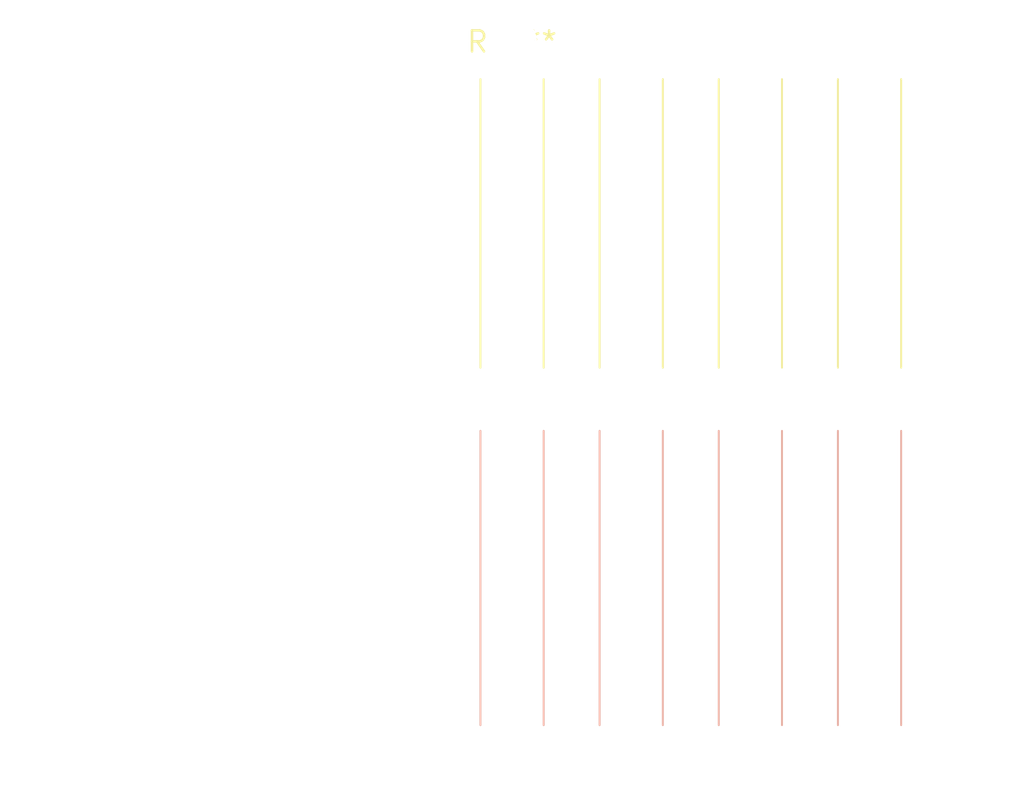
<source format=kicad_pcb>
(kicad_pcb (version 20240108) (generator pcbnew)
  (layers (0 "F.Cu" signal) (31 "B.Cu" signal) (34 "B.Paste" user) (35 "F.Paste" user) (36 "B.SilkS" user "B.Silkscreen") (37 "F.SilkS" user "F.Silkscreen") (38 "B.Mask" user) (39 "F.Mask" user) (44 "Edge.Cuts" user))
  (net 0 "")
  (footprint "SolderWire-2.5sqmm_1x04_P7.2mm_D2.4mm_OD3.6mm_Relief2x" (layer "F.Cu") (at 0 0)
    (property "Reference" "REF**")
    (property "Value" "SolderWire-2.5sqmm_1x04_P7.2mm_D2.4mm_OD3.6mm_Relief2x")
    (fp_line (start -1.91 23.51) (end -1.91 41.29) (layer "B.SilkS") (stroke (width 0.12)))
    (fp_line (start 1.91 23.51) (end 1.91 41.29) (layer "B.SilkS") (stroke (width 0.12)))
    (fp_line (start 5.29 23.51) (end 5.29 41.29) (layer "B.SilkS") (stroke (width 0.12)))
    (fp_line (start 9.11 23.51) (end 9.11 41.29) (layer "B.SilkS") (stroke (width 0.12)))
    (fp_line (start 12.49 23.51) (end 12.49 41.29) (layer "B.SilkS") (stroke (width 0.12)))
    (fp_line (start 16.31 23.51) (end 16.31 41.29) (layer "B.SilkS") (stroke (width 0.12)))
    (fp_line (start 19.69 23.51) (end 19.69 41.29) (layer "B.SilkS") (stroke (width 0.12)))
    (fp_line (start 23.51 23.51) (end 23.51 41.29) (layer "B.SilkS") (stroke (width 0.12)))
    (fp_line (start -1.91 2.26) (end -1.91 19.69) (layer "F.SilkS") (stroke (width 0.12)))
    (fp_line (start 1.91 2.26) (end 1.91 19.69) (layer "F.SilkS") (stroke (width 0.12)))
    (fp_line (start 5.29 2.26) (end 5.29 19.69) (layer "F.SilkS") (stroke (width 0.12)))
    (fp_line (start 9.11 2.26) (end 9.11 19.69) (layer "F.SilkS") (stroke (width 0.12)))
    (fp_line (start 12.49 2.26) (end 12.49 19.69) (layer "F.SilkS") (stroke (width 0.12)))
    (fp_line (start 16.31 2.26) (end 16.31 19.69) (layer "F.SilkS") (stroke (width 0.12)))
    (fp_line (start 19.69 2.26) (end 19.69 19.69) (layer "F.SilkS") (stroke (width 0.12)))
    (fp_line (start 23.51 2.26) (end 23.51 19.69) (layer "F.SilkS") (stroke (width 0.12)))
    (pad "" np_thru_hole circle (at 0 21.6) (size 4.1 4.1) (drill 4.1) (layers *.Cu *.Mask))
    (pad "" np_thru_hole circle (at 0 43.2) (size 4.1 4.1) (drill 4.1) (layers *.Cu *.Mask))
    (pad "" np_thru_hole circle (at 7.2 21.6) (size 4.1 4.1) (drill 4.1) (layers *.Cu *.Mask))
    (pad "" np_thru_hole circle (at 7.2 43.2) (size 4.1 4.1) (drill 4.1) (layers *.Cu *.Mask))
    (pad "" np_thru_hole circle (at 14.4 21.6) (size 4.1 4.1) (drill 4.1) (layers *.Cu *.Mask))
    (pad "" np_thru_hole circle (at 14.4 43.2) (size 4.1 4.1) (drill 4.1) (layers *.Cu *.Mask))
    (pad "" np_thru_hole circle (at 21.6 21.6) (size 4.1 4.1) (drill 4.1) (layers *.Cu *.Mask))
    (pad "" np_thru_hole circle (at 21.6 43.2) (size 4.1 4.1) (drill 4.1) (layers *.Cu *.Mask))
    (pad "1" thru_hole roundrect (at 0 0) (size 4 4) (drill 3) (layers *.Cu *.Mask) (remove_unused_layers) (roundrect_rratio 0.0625))
    (pad "2" thru_hole circle (at 7.2 0) (size 4 4) (drill 3) (layers *.Cu *.Mask) (remove_unused_layers))
    (pad "3" thru_hole circle (at 14.4 0) (size 4 4) (drill 3) (layers *.Cu *.Mask) (remove_unused_layers))
    (pad "4" thru_hole circle (at 21.6 0) (size 4 4) (drill 3) (layers *.Cu *.Mask) (remove_unused_layers))
  )
)
</source>
